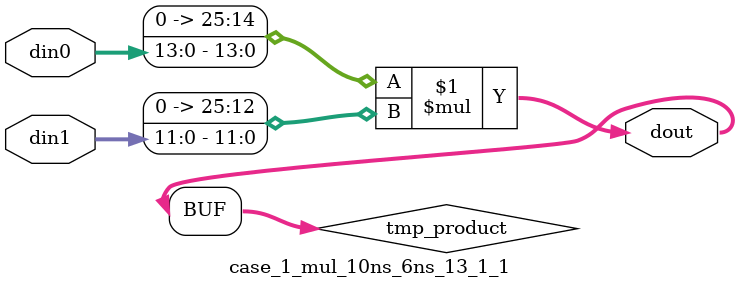
<source format=v>

`timescale 1 ns / 1 ps

 (* use_dsp = "no" *)  module case_1_mul_10ns_6ns_13_1_1(din0, din1, dout);
parameter ID = 1;
parameter NUM_STAGE = 0;
parameter din0_WIDTH = 14;
parameter din1_WIDTH = 12;
parameter dout_WIDTH = 26;

input [din0_WIDTH - 1 : 0] din0; 
input [din1_WIDTH - 1 : 0] din1; 
output [dout_WIDTH - 1 : 0] dout;

wire signed [dout_WIDTH - 1 : 0] tmp_product;
























assign tmp_product = $signed({1'b0, din0}) * $signed({1'b0, din1});











assign dout = tmp_product;





















endmodule

</source>
